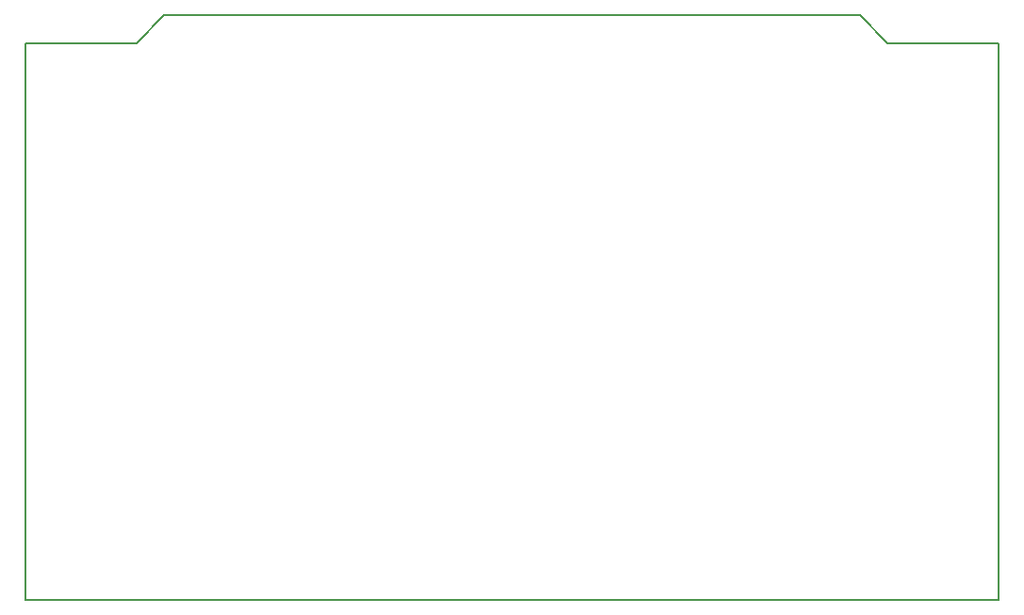
<source format=gbr>
G04 #@! TF.FileFunction,Profile,NP*
%FSLAX46Y46*%
G04 Gerber Fmt 4.6, Leading zero omitted, Abs format (unit mm)*
G04 Created by KiCad (PCBNEW 4.0.5) date 02/22/17 15:32:43*
%MOMM*%
%LPD*%
G01*
G04 APERTURE LIST*
%ADD10C,0.100000*%
%ADD11C,0.150000*%
G04 APERTURE END LIST*
D10*
D11*
X0Y-50000000D02*
X87500000Y-50000000D01*
X75000000Y2500000D02*
X12500000Y2500000D01*
X77500000Y0D02*
X75000000Y2500000D01*
X87500000Y0D02*
X77500000Y0D01*
X10000000Y0D02*
X12500000Y2500000D01*
X0Y0D02*
X10000000Y0D01*
X87500000Y0D02*
X87500000Y-50000000D01*
X0Y0D02*
X0Y-50000000D01*
M02*

</source>
